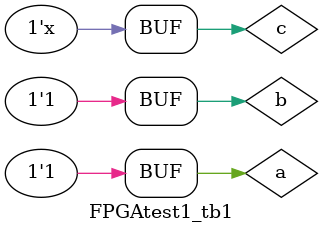
<source format=v>
`timescale 10ns/1ns
module FPGAtest1_tb1();
	reg a,b,c;
	wire y0,y1,y2,y3,y4,y5,y6,y7;
	
	initial
		begin
		#0 a=1'b0; #0 b=1'b0; #0 c=1'b0;
		#2 c=1'b1;
		#2 b=1'b1; #0 c=1'b0;
		#2 c=1'b1;
		#0 a=1'b1; #0 b=1'b0; #0 c=1'b0;
		#2 c=1'b1;
		#2 b=1'b1; #0 c=1'b0;
		#2 c=1'b1;
		#2 b=1'bx;
		#2 b=1'b1; #0 c=1'bz;
		#2 ;
		end
		
	FPGAtest1 U1(a,b,c,y0,y1,,y2,y3,y4,y5,y6,y7);
endmodule
		
</source>
